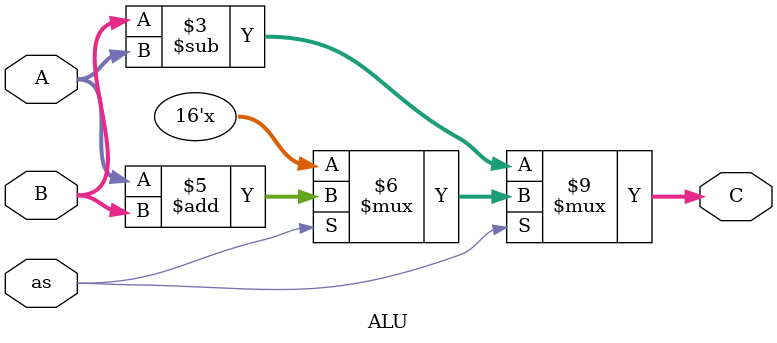
<source format=v>
`timescale 1 ns / 1 ps
module ALU#( parameter N=16)(
input [N-1:0]A,
input [N-1:0]B,
input as,				// as is used to decide operation as = 0 subtract , as = 1 add
output reg [N-1:0]C			// Nbit output 
);
always@(A or B or as)			// Asynchronous 
begin
if ( as == 0 )
C <= B - A ;
else if ( as == 1)
C <= A + B ;
end
endmodule


</source>
